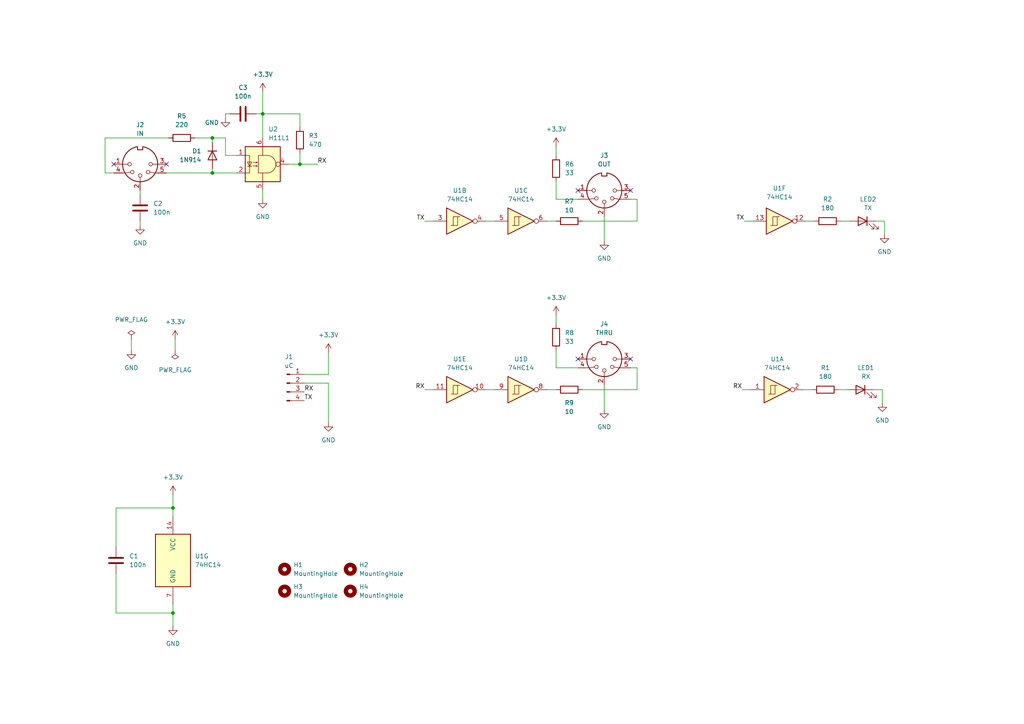
<source format=kicad_sch>
(kicad_sch (version 20211123) (generator eeschema)
  (paper "A4")
  (title_block (title "3.3V MIDI in/out/thru"))
  (lib_symbols
    (symbol "74xx:74HC14" (pin_names (offset 1.016))
      (property "Reference" "U" (at 0 1.27 0))
      (property "Value" "74HC14" (at 0 -1.27 0))
      (symbol "74HC14_1_0"
        (polyline (pts (xy -3.81 3.81) (xy -3.81 -3.81) (xy 3.81 0) (xy -3.81 3.81)) (stroke (width 0.254)) (fill (type background)))
        (pin input line (at -7.62 0 0) (length 3.81) (name "~") (number "1"))
        (pin output inverted (at 7.62 0 180) (length 3.81) (name "~") (number "2"))
      )
      (symbol "74HC14_1_1"
        (polyline (pts (xy -1.905 -1.27) (xy -1.905 1.27) (xy -0.635 1.27)))
        (polyline (pts (xy -2.54 -1.27) (xy -0.635 -1.27) (xy -0.635 1.27) (xy 0 1.27)))
      )
      (symbol "74HC14_2_0"
        (polyline (pts (xy -3.81 3.81) (xy -3.81 -3.81) (xy 3.81 0) (xy -3.81 3.81)) (stroke (width 0.254)) (fill (type background)))
        (pin input line (at -7.62 0 0) (length 3.81) (name "~") (number "3"))
        (pin output inverted (at 7.62 0 180) (length 3.81) (name "~") (number "4"))
      )
      (symbol "74HC14_2_1"
        (polyline (pts (xy -1.905 -1.27) (xy -1.905 1.27) (xy -0.635 1.27)))
        (polyline (pts (xy -2.54 -1.27) (xy -0.635 -1.27) (xy -0.635 1.27) (xy 0 1.27)))
      )
      (symbol "74HC14_3_0"
        (polyline (pts (xy -3.81 3.81) (xy -3.81 -3.81) (xy 3.81 0) (xy -3.81 3.81)) (stroke (width 0.254)) (fill (type background)))
        (pin input line (at -7.62 0 0) (length 3.81) (name "~") (number "5"))
        (pin output inverted (at 7.62 0 180) (length 3.81) (name "~") (number "6"))
      )
      (symbol "74HC14_3_1"
        (polyline (pts (xy -1.905 -1.27) (xy -1.905 1.27) (xy -0.635 1.27)))
        (polyline (pts (xy -2.54 -1.27) (xy -0.635 -1.27) (xy -0.635 1.27) (xy 0 1.27)))
      )
      (symbol "74HC14_4_0"
        (polyline (pts (xy -3.81 3.81) (xy -3.81 -3.81) (xy 3.81 0) (xy -3.81 3.81)) (stroke (width 0.254)) (fill (type background)))
        (pin output inverted (at 7.62 0 180) (length 3.81) (name "~") (number "8"))
        (pin input line (at -7.62 0 0) (length 3.81) (name "~") (number "9"))
      )
      (symbol "74HC14_4_1"
        (polyline (pts (xy -1.905 -1.27) (xy -1.905 1.27) (xy -0.635 1.27)))
        (polyline (pts (xy -2.54 -1.27) (xy -0.635 -1.27) (xy -0.635 1.27) (xy 0 1.27)))
      )
      (symbol "74HC14_5_0"
        (polyline (pts (xy -3.81 3.81) (xy -3.81 -3.81) (xy 3.81 0) (xy -3.81 3.81)) (stroke (width 0.254)) (fill (type background)))
        (pin output inverted (at 7.62 0 180) (length 3.81) (name "~") (number "10"))
        (pin input line (at -7.62 0 0) (length 3.81) (name "~") (number "11"))
      )
      (symbol "74HC14_5_1"
        (polyline (pts (xy -1.905 -1.27) (xy -1.905 1.27) (xy -0.635 1.27)))
        (polyline (pts (xy -2.54 -1.27) (xy -0.635 -1.27) (xy -0.635 1.27) (xy 0 1.27)))
      )
      (symbol "74HC14_6_0"
        (polyline (pts (xy -3.81 3.81) (xy -3.81 -3.81) (xy 3.81 0) (xy -3.81 3.81)) (stroke (width 0.254)) (fill (type background)))
        (pin output inverted (at 7.62 0 180) (length 3.81) (name "~") (number "12"))
        (pin input line (at -7.62 0 0) (length 3.81) (name "~") (number "13"))
      )
      (symbol "74HC14_6_1"
        (polyline (pts (xy -1.905 -1.27) (xy -1.905 1.27) (xy -0.635 1.27)))
        (polyline (pts (xy -2.54 -1.27) (xy -0.635 -1.27) (xy -0.635 1.27) (xy 0 1.27)))
      )
      (symbol "74HC14_7_0"
        (pin power_in line (at 0 12.7 270) (length 5.08) (name "VCC") (number "14"))
        (pin power_in line (at 0 -12.7 90) (length 5.08) (name "GND") (number "7"))
      )
      (symbol "74HC14_7_1"
        (rectangle (start -5.08 7.62) (end 5.08 -7.62) (stroke (width 0.254)) (fill (type background)))
      )
    )
    (symbol "Connector:Conn_01x04_Male" (pin_names (offset 1.016) hide)
      (property "Reference" "J" (at 0 5.08 0))
      (property "Value" "Conn_01x04_Male" (at 0 -7.62 0))
      (symbol "Conn_01x04_Male_1_1"
        (polyline (pts (xy 1.27 -5.08) (xy 0.8636 -5.08)) (stroke (width 0.1524)))
        (polyline (pts (xy 1.27 -2.54) (xy 0.8636 -2.54)) (stroke (width 0.1524)))
        (polyline (pts (xy 1.27 0) (xy 0.8636 0)) (stroke (width 0.1524)))
        (polyline (pts (xy 1.27 2.54) (xy 0.8636 2.54)) (stroke (width 0.1524)))
        (rectangle (start 0.8636 -4.953) (end 0 -5.207) (stroke (width 0.1524)) (fill (type outline)))
        (rectangle (start 0.8636 -2.413) (end 0 -2.667) (stroke (width 0.1524)) (fill (type outline)))
        (rectangle (start 0.8636 0.127) (end 0 -0.127) (stroke (width 0.1524)) (fill (type outline)))
        (rectangle (start 0.8636 2.667) (end 0 2.413) (stroke (width 0.1524)) (fill (type outline)))
        (pin passive line (at 5.08 2.54 180) (length 3.81) (name "Pin_1") (number "1"))
        (pin passive line (at 5.08 0 180) (length 3.81) (name "Pin_2") (number "2"))
        (pin passive line (at 5.08 -2.54 180) (length 3.81) (name "Pin_3") (number "3"))
        (pin passive line (at 5.08 -5.08 180) (length 3.81) (name "Pin_4") (number "4"))
      )
    )
    (symbol "Connector:DIN-5_180degree" (pin_names (offset 1.016))
      (property "Reference" "J" (at 3.175 5.715 0))
      (property "Value" "DIN-5_180degree" (at 0 -6.35 0))
      (symbol "DIN-5_180degree_0_1"
        (arc (start -5.08 0) (mid -3.8609 -3.3364) (end -0.762 -5.08) (stroke (width 0.254)))
        (circle (center -3.048 0) (radius 0.508))
        (circle (center -2.286 2.286) (radius 0.508))
        (polyline (pts (xy -5.08 0) (xy -3.556 0)))
        (polyline (pts (xy 0 5.08) (xy 0 3.81)))
        (polyline (pts (xy 5.08 0) (xy 3.556 0)))
        (polyline (pts (xy -5.08 2.54) (xy -4.318 2.54) (xy -2.794 2.286)))
        (polyline (pts (xy 5.08 2.54) (xy 4.318 2.54) (xy 2.794 2.286)))
        (polyline (pts (xy -0.762 -4.953) (xy -0.762 -4.191) (xy 0.762 -4.191) (xy 0.762 -4.953)) (stroke (width 0.254)))
        (circle (center 0 3.302) (radius 0.508))
        (arc (start 0.762 -5.08) (mid 3.8685 -3.343) (end 5.08 0) (stroke (width 0.254)))
        (circle (center 2.286 2.286) (radius 0.508))
        (circle (center 3.048 0) (radius 0.508))
        (arc (start 5.08 0) (mid 0 5.08) (end -5.08 0) (stroke (width 0.254)))
      )
      (symbol "DIN-5_180degree_1_1"
        (pin passive line (at -7.62 0 0) (length 2.54) (name "~") (number "1"))
        (pin passive line (at 0 7.62 270) (length 2.54) (name "~") (number "2"))
        (pin passive line (at 7.62 0 180) (length 2.54) (name "~") (number "3"))
        (pin passive line (at -7.62 2.54 0) (length 2.54) (name "~") (number "4"))
        (pin passive line (at 7.62 2.54 180) (length 2.54) (name "~") (number "5"))
      )
    )
    (symbol "Device:C" (pin_numbers hide) (pin_names (offset 0.254))
      (property "Reference" "C" (at 0.635 2.54 0))
      (property "Value" "C" (at 0.635 -2.54 0))
      (symbol "C_0_1"
        (polyline (pts (xy -2.032 -0.762) (xy 2.032 -0.762)) (stroke (width 0.508)))
        (polyline (pts (xy -2.032 0.762) (xy 2.032 0.762)) (stroke (width 0.508)))
      )
      (symbol "C_1_1"
        (pin passive line (at 0 3.81 270) (length 2.794) (name "~") (number "1"))
        (pin passive line (at 0 -3.81 90) (length 2.794) (name "~") (number "2"))
      )
    )
    (symbol "Device:LED" (pin_numbers hide) (pin_names (offset 1.016) hide)
      (property "Reference" "D" (at 0 2.54 0))
      (property "Value" "LED" (at 0 -2.54 0))
      (symbol "LED_0_1"
        (polyline (pts (xy -1.27 -1.27) (xy -1.27 1.27)) (stroke (width 0.254)))
        (polyline (pts (xy -1.27 0) (xy 1.27 0)))
        (polyline (pts (xy 1.27 -1.27) (xy 1.27 1.27) (xy -1.27 0) (xy 1.27 -1.27)) (stroke (width 0.254)))
        (polyline (pts (xy -3.048 -0.762) (xy -4.572 -2.286) (xy -3.81 -2.286) (xy -4.572 -2.286) (xy -4.572 -1.524)))
        (polyline (pts (xy -1.778 -0.762) (xy -3.302 -2.286) (xy -2.54 -2.286) (xy -3.302 -2.286) (xy -3.302 -1.524)))
      )
      (symbol "LED_1_1"
        (pin passive line (at -3.81 0 0) (length 2.54) (name "K") (number "1"))
        (pin passive line (at 3.81 0 180) (length 2.54) (name "A") (number "2"))
      )
    )
    (symbol "Device:R" (pin_numbers hide) (pin_names (offset 0))
      (property "Reference" "R" (at 2.032 0 90))
      (property "Value" "R" (at 0 0 90))
      (symbol "R_0_1"
        (rectangle (start -1.016 -2.54) (end 1.016 2.54) (stroke (width 0.254)))
      )
      (symbol "R_1_1"
        (pin passive line (at 0 3.81 270) (length 1.27) (name "~") (number "1"))
        (pin passive line (at 0 -3.81 90) (length 1.27) (name "~") (number "2"))
      )
    )
    (symbol "Diode:1N914" (pin_numbers hide) (pin_names (offset 1.016) hide)
      (property "Reference" "D" (at 0 2.54 0))
      (property "Value" "1N914" (at 0 -2.54 0))
      (symbol "1N914_0_1"
        (polyline (pts (xy -1.27 1.27) (xy -1.27 -1.27)) (stroke (width 0.254)))
        (polyline (pts (xy 1.27 0) (xy -1.27 0)))
        (polyline (pts (xy 1.27 1.27) (xy 1.27 -1.27) (xy -1.27 0) (xy 1.27 1.27)) (stroke (width 0.254)))
      )
      (symbol "1N914_1_1"
        (pin passive line (at -3.81 0 0) (length 2.54) (name "K") (number "1"))
        (pin passive line (at 3.81 0 180) (length 2.54) (name "A") (number "2"))
      )
    )
    (symbol "Isolator:H11L1" (pin_names (offset 1.016))
      (property "Reference" "U" (at 1.27 8.89 0))
      (property "Value" "H11L1" (at 1.27 6.35 0))
      (symbol "H11L1_0_1"
        (rectangle (start -5.08 5.08) (end 5.08 -5.08) (stroke (width 0.254)) (fill (type background)))
        (polyline (pts (xy -4.445 -0.635) (xy -3.175 -0.635)))
        (polyline (pts (xy 0 2.54) (xy 0 5.08)))
        (polyline (pts (xy 0 -2.54) (xy 0 -5.08) (xy 0 -3.81)))
        (polyline (pts (xy -5.08 -2.54) (xy -3.81 -2.54) (xy -3.81 2.54) (xy -5.08 2.54)))
        (polyline (pts (xy -3.81 -0.635) (xy -4.445 0.635) (xy -3.175 0.635) (xy -3.81 -0.635)))
        (polyline (pts (xy 1.27 -2.54) (xy -1.27 -2.54) (xy -1.27 2.54) (xy 1.27 2.54)))
        (polyline (pts (xy -2.794 -0.508) (xy -1.524 -0.508) (xy -1.905 -0.635) (xy -1.905 -0.381) (xy -1.524 -0.508)))
        (polyline (pts (xy -2.794 0.508) (xy -1.524 0.508) (xy -1.905 0.381) (xy -1.905 0.635) (xy -1.524 0.508)))
        (arc (start 1.27 -2.54) (mid 3.81 0) (end 1.27 2.54))
      )
      (symbol "H11L1_1_1"
        (pin passive line (at -7.62 2.54 0) (length 2.54) (name "~") (number "1"))
        (pin passive line (at -7.62 -2.54 0) (length 2.54) (name "~") (number "2"))
        (pin no_connect line (at -5.08 0 0) (length 2.54) hide (name "~") (number "3"))
        (pin output inverted (at 7.62 0 180) (length 3.81) (name "~") (number "4"))
        (pin power_in line (at 0 -7.62 90) (length 2.54) (name "~") (number "5"))
        (pin power_in line (at 0 7.62 270) (length 2.54) (name "~") (number "6"))
      )
    )
    (symbol "Mechanical:MountingHole" (pin_names (offset 1.016))
      (property "Reference" "H" (at 0 5.08 0))
      (property "Value" "MountingHole" (at 0 3.175 0))
      (symbol "MountingHole_0_1"
        (circle (center 0 0) (radius 1.27) (stroke (width 1.27)))
      )
    )
    (symbol "power:+3.3V" (power) (pin_names (offset 0))
      (property "Value" "+3.3V" (at 0 3.556 0))
      (symbol "+3.3V_0_1"
        (polyline (pts (xy -0.762 1.27) (xy 0 2.54)))
        (polyline (pts (xy 0 0) (xy 0 2.54)))
        (polyline (pts (xy 0 2.54) (xy 0.762 1.27)))
      )
      (symbol "+3.3V_1_1"
        (pin power_in line (at 0 0 90) (length 0) hide (name "+3.3V") (number "1"))
      )
    )
    (symbol "power:GND" (power) (pin_names (offset 0))
      (property "Value" "GND" (at 0 -3.81 0))
      (symbol "GND_0_1"
        (polyline (pts (xy 0 0) (xy 0 -1.27) (xy 1.27 -1.27) (xy 0 -2.54) (xy -1.27 -1.27) (xy 0 -1.27)))
      )
      (symbol "GND_1_1"
        (pin power_in line (at 0 0 270) (length 0) hide (name "GND") (number "1"))
      )
    )
    (symbol "power:PWR_FLAG" (power) (pin_numbers hide) (pin_names (offset 0) hide)
      (property "Value" "PWR_FLAG" (at 0 3.81 0))
      (symbol "PWR_FLAG_0_0"
        (pin power_out line (at 0 0 90) (length 0) (name "pwr") (number "1"))
      )
      (symbol "PWR_FLAG_0_1"
        (polyline (pts (xy 0 0) (xy 0 1.27) (xy -1.016 1.905) (xy 0 2.54) (xy 1.016 1.905) (xy 0 1.27)))
      )
    )
  )
  (junction (at 50.165 147.32))
  (junction (at 50.165 177.8))
  (junction (at 61.595 50.165))
  (junction (at 76.2 33.02))
  (junction (at 61.595 40.005))
  (junction (at 86.995 47.625))
  (no_connect (at 48.26 47.625))
  (no_connect (at 182.88 104.14))
  (no_connect (at 33.02 47.625))
  (no_connect (at 167.64 55.245))
  (no_connect (at 182.88 55.245))
  (no_connect (at 167.64 104.14))
  (wire (pts (xy 184.785 113.03) (xy 184.785 106.68)))
  (wire (pts (xy 76.2 26.67) (xy 76.2 33.02)))
  (wire (pts (xy 168.91 113.03) (xy 184.785 113.03)))
  (wire (pts (xy 246.38 64.135) (xy 243.84 64.135)))
  (wire (pts (xy 95.25 122.555) (xy 95.25 111.125)))
  (wire (pts (xy 236.22 64.135) (xy 233.68 64.135)))
  (wire (pts (xy 161.29 101.6) (xy 161.29 106.68)))
  (wire (pts (xy 38.1 98.425) (xy 38.1 101.6)))
  (wire (pts (xy 86.995 33.02) (xy 76.2 33.02)))
  (wire (pts (xy 184.785 106.68) (xy 182.88 106.68)))
  (wire (pts (xy 61.595 40.005) (xy 56.515 40.005)))
  (wire (pts (xy 50.165 175.26) (xy 50.165 177.8)))
  (wire (pts (xy 158.75 64.135) (xy 161.29 64.135)))
  (wire (pts (xy 30.48 40.005) (xy 48.895 40.005)))
  (wire (pts (xy 253.365 113.03) (xy 255.905 113.03)))
  (wire (pts (xy 76.2 33.02) (xy 76.2 40.005)))
  (wire (pts (xy 175.26 62.865) (xy 175.26 69.85)))
  (wire (pts (xy 161.29 91.44) (xy 161.29 93.98)))
  (wire (pts (xy 235.585 113.03) (xy 233.045 113.03)))
  (wire (pts (xy 217.805 113.03) (xy 215.265 113.03)))
  (wire (pts (xy 168.91 64.135) (xy 184.785 64.135)))
  (wire (pts (xy 86.995 47.625) (xy 83.82 47.625)))
  (wire (pts (xy 95.25 102.235) (xy 95.25 108.585)))
  (wire (pts (xy 161.29 52.705) (xy 161.29 57.785)))
  (wire (pts (xy 184.785 57.785) (xy 182.88 57.785)))
  (wire (pts (xy 254 64.135) (xy 256.54 64.135)))
  (wire (pts (xy 140.97 113.03) (xy 143.51 113.03)))
  (wire (pts (xy 158.75 113.03) (xy 161.29 113.03)))
  (wire (pts (xy 30.48 40.005) (xy 30.48 50.165)))
  (wire (pts (xy 40.64 55.245) (xy 40.64 56.515)))
  (wire (pts (xy 123.19 113.03) (xy 125.73 113.03)))
  (wire (pts (xy 33.655 166.37) (xy 33.655 177.8)))
  (wire (pts (xy 88.265 108.585) (xy 95.25 108.585)))
  (wire (pts (xy 86.995 44.45) (xy 86.995 47.625)))
  (wire (pts (xy 161.29 42.545) (xy 161.29 45.085)))
  (wire (pts (xy 61.595 40.005) (xy 65.405 40.005)))
  (wire (pts (xy 65.405 33.02) (xy 66.675 33.02)))
  (wire (pts (xy 33.655 147.32) (xy 50.165 147.32)))
  (wire (pts (xy 48.26 50.165) (xy 61.595 50.165)))
  (wire (pts (xy 33.655 177.8) (xy 50.165 177.8)))
  (wire (pts (xy 86.995 47.625) (xy 92.075 47.625)))
  (wire (pts (xy 74.295 33.02) (xy 76.2 33.02)))
  (wire (pts (xy 68.58 45.085) (xy 65.405 45.085)))
  (wire (pts (xy 50.8 101.6) (xy 50.8 98.425)))
  (wire (pts (xy 50.165 177.8) (xy 50.165 181.61)))
  (wire (pts (xy 30.48 50.165) (xy 33.02 50.165)))
  (wire (pts (xy 86.995 36.83) (xy 86.995 33.02)))
  (wire (pts (xy 76.2 55.245) (xy 76.2 57.785)))
  (wire (pts (xy 61.595 50.165) (xy 68.58 50.165)))
  (wire (pts (xy 33.655 158.75) (xy 33.655 147.32)))
  (wire (pts (xy 88.265 111.125) (xy 95.25 111.125)))
  (wire (pts (xy 40.64 64.135) (xy 40.64 65.405)))
  (wire (pts (xy 161.29 106.68) (xy 167.64 106.68)))
  (wire (pts (xy 184.785 64.135) (xy 184.785 57.785)))
  (wire (pts (xy 50.165 143.51) (xy 50.165 147.32)))
  (wire (pts (xy 255.905 113.03) (xy 255.905 116.84)))
  (wire (pts (xy 218.44 64.135) (xy 215.9 64.135)))
  (wire (pts (xy 61.595 40.005) (xy 61.595 41.275)))
  (wire (pts (xy 123.19 64.135) (xy 125.73 64.135)))
  (wire (pts (xy 175.26 111.76) (xy 175.26 118.745)))
  (wire (pts (xy 61.595 48.895) (xy 61.595 50.165)))
  (wire (pts (xy 256.54 64.135) (xy 256.54 67.945)))
  (wire (pts (xy 161.29 57.785) (xy 167.64 57.785)))
  (wire (pts (xy 65.405 45.085) (xy 65.405 40.005)))
  (wire (pts (xy 243.205 113.03) (xy 245.745 113.03)))
  (wire (pts (xy 65.405 34.29) (xy 65.405 33.02)))
  (wire (pts (xy 140.97 64.135) (xy 143.51 64.135)))
  (wire (pts (xy 50.165 147.32) (xy 50.165 149.86)))
  (label "RX" (at 88.265 113.665 0))
  (label "TX" (at 88.265 116.205 0))
  (label "RX" (at 215.265 113.03 180))
  (label "RX" (at 123.19 113.03 180))
  (label "TX" (at 215.9 64.135 180))
  (label "TX" (at 123.19 64.135 180))
  (label "RX" (at 92.075 47.625 0))
  (symbol (lib_id "power:GND") (at 65.405 34.29 0) (mirror y) (unit 1)
    (property "Reference" "#PWR?" (effects hide))
    (property "Value" "GND" (at 63.5 35.5599 0) (effects (justify left)))
  )
  (symbol (lib_id "power:GND") (at 76.2 57.785 0) (mirror y) (unit 1)
    (property "Reference" "#PWR0113" (effects hide))
    (property "Value" "GND" (at 76.2 62.865 0))
  )
  (symbol (lib_id "Mechanical:MountingHole") (at 82.55 171.45 0) (unit 1)
    (property "Reference" "H3" (at 85.09 170.1799 0) (effects (justify left)))
    (property "Value" "MountingHole" (at 85.09 172.7199 0) (effects (justify left)))
    (property "Footprint" "MountingHole:MountingHole_3.2mm_M3" (effects hide))
  )
  (symbol (lib_id "Device:R") (at 165.1 64.135 90) (unit 1)
    (property "Reference" "R7" (at 165.1 58.42 90))
    (property "Value" "10" (at 165.1 60.96 90))
    (property "Footprint" "Resistor_THT:R_Axial_DIN0207_L6.3mm_D2.5mm_P10.16mm_Horizontal" (effects hide))
  )
  (symbol (lib_id "power:+3.3V") (at 161.29 42.545 0) (mirror y) (unit 1)
    (property "Reference" "#PWR0105" (effects hide))
    (property "Value" "+3.3V" (at 161.29 37.465 0))
  )
  (symbol (lib_id "74xx:74HC14") (at 226.06 64.135 0) (unit 6)
    (property "Reference" "U1" (at 226.06 54.61 0))
    (property "Value" "74HC14" (at 226.06 57.15 0))
    (property "Footprint" "Package_DIP:DIP-14_W7.62mm_Socket" (effects hide))
    (property "Datasheet" "http://www.ti.com/lit/gpn/sn74HC14" (effects hide))
  )
  (symbol (lib_id "Connector:DIN-5_180degree") (at 175.26 55.245 0) (mirror x) (unit 1)
    (property "Reference" "J3" (at 175.2601 45.085 0))
    (property "Value" "OUT" (at 175.2601 47.625 0))
    (property "Footprint" "Personal:MIDI_DIN5" (effects hide))
    (property "Datasheet" "http://www.mouser.com/ds/2/18/40_c091_abd_e-75918.pdf" (effects hide))
  )
  (symbol (lib_id "power:+3.3V") (at 95.25 102.235 0) (unit 1)
    (property "Reference" "#PWR0104" (effects hide))
    (property "Value" "+3.3V" (at 95.25 97.155 0))
  )
  (symbol (lib_id "power:GND") (at 50.165 181.61 0) (unit 1)
    (property "Reference" "#PWR0111" (effects hide))
    (property "Value" "GND" (at 50.165 186.69 0))
  )
  (symbol (lib_id "74xx:74HC14") (at 133.35 64.135 0) (unit 2)
    (property "Reference" "U1" (at 133.35 55.245 0))
    (property "Value" "74HC14" (at 133.35 57.785 0))
    (property "Footprint" "Package_DIP:DIP-14_W7.62mm_Socket" (effects hide))
    (property "Datasheet" "http://www.ti.com/lit/gpn/sn74HC14" (effects hide))
  )
  (symbol (lib_id "Connector:DIN-5_180degree") (at 175.26 104.14 0) (mirror x) (unit 1)
    (property "Reference" "J4" (at 175.2601 93.98 0))
    (property "Value" "THRU" (at 175.2601 96.52 0))
    (property "Footprint" "Personal:MIDI_DIN5" (effects hide))
    (property "Datasheet" "http://www.mouser.com/ds/2/18/40_c091_abd_e-75918.pdf" (effects hide))
  )
  (symbol (lib_id "power:GND") (at 175.26 118.745 0) (mirror y) (unit 1)
    (property "Reference" "#PWR0110" (effects hide))
    (property "Value" "GND" (at 175.26 123.825 0))
  )
  (symbol (lib_id "Device:R") (at 165.1 113.03 90) (unit 1)
    (property "Reference" "R9" (at 165.1 116.84 90))
    (property "Value" "10" (at 165.1 119.38 90))
    (property "Footprint" "Resistor_THT:R_Axial_DIN0207_L6.3mm_D2.5mm_P10.16mm_Horizontal" (effects hide))
  )
  (symbol (lib_id "power:GND") (at 255.905 116.84 0) (mirror y) (unit 1)
    (property "Reference" "#PWR0102" (effects hide))
    (property "Value" "GND" (at 255.905 121.92 0))
  )
  (symbol (lib_id "Device:R") (at 86.995 40.64 0) (mirror y) (unit 1)
    (property "Reference" "R3" (at 89.535 39.3699 0) (effects (justify right)))
    (property "Value" "470" (at 89.535 41.9099 0) (effects (justify right)))
    (property "Footprint" "Resistor_THT:R_Axial_DIN0207_L6.3mm_D2.5mm_P10.16mm_Horizontal" (effects hide))
  )
  (symbol (lib_id "Diode:1N914") (at 61.595 45.085 270) (unit 1)
    (property "Reference" "D1" (at 58.42 43.8149 90) (effects (justify right)))
    (property "Value" "1N914" (at 58.42 46.3549 90) (effects (justify right)))
    (property "Footprint" "Diode_THT:D_DO-35_SOD27_P7.62mm_Horizontal" (effects hide))
    (property "Datasheet" "http://www.vishay.com/docs/85622/1n914.pdf" (effects hide))
  )
  (symbol (lib_id "Isolator:H11L1") (at 76.2 47.625 0) (unit 1)
    (property "Reference" "U2" (at 77.8511 37.465 0) (effects (justify left)))
    (property "Value" "H11L1" (at 77.8511 40.005 0) (effects (justify left)))
    (property "Footprint" "Package_DIP:DIP-6_W7.62mm_Socket" (effects hide))
    (property "Datasheet" "https://www.onsemi.com/pub/Collateral/H11L3M-D.PDF" (effects hide))
  )
  (symbol (lib_id "power:PWR_FLAG") (at 38.1 98.425 0) (unit 1)
    (property "Reference" "#FLG0101" (effects hide))
    (property "Value" "PWR_FLAG" (at 38.1 92.71 0))
  )
  (symbol (lib_id "Device:C") (at 40.64 60.325 0) (mirror y) (unit 1)
    (property "Reference" "C2" (at 44.45 59.0549 0) (effects (justify right)))
    (property "Value" "100n" (at 44.45 61.5949 0) (effects (justify right)))
    (property "Footprint" "Capacitor_THT:C_Disc_D3.8mm_W2.6mm_P2.50mm" (effects hide))
  )
  (symbol (lib_id "power:GND") (at 40.64 65.405 0) (mirror y) (unit 1)
    (property "Reference" "#PWR0112" (effects hide))
    (property "Value" "GND" (at 40.64 70.485 0))
  )
  (symbol (lib_id "74xx:74HC14") (at 151.13 113.03 0) (unit 4)
    (property "Reference" "U1" (at 151.13 104.14 0))
    (property "Value" "74HC14" (at 151.13 106.68 0))
    (property "Footprint" "Package_DIP:DIP-14_W7.62mm_Socket" (effects hide))
    (property "Datasheet" "http://www.ti.com/lit/gpn/sn74HC14" (effects hide))
  )
  (symbol (lib_id "power:+3.3V") (at 161.29 91.44 0) (mirror y) (unit 1)
    (property "Reference" "#PWR0108" (effects hide))
    (property "Value" "+3.3V" (at 161.29 86.36 0))
  )
  (symbol (lib_id "Device:R") (at 239.395 113.03 270) (mirror x) (unit 1)
    (property "Reference" "R1" (at 239.395 106.68 90))
    (property "Value" "180" (at 239.395 109.22 90))
    (property "Footprint" "Resistor_THT:R_Axial_DIN0207_L6.3mm_D2.5mm_P10.16mm_Horizontal" (effects hide))
  )
  (symbol (lib_id "Device:R") (at 161.29 97.79 0) (mirror y) (unit 1)
    (property "Reference" "R8" (at 163.83 96.5199 0) (effects (justify right)))
    (property "Value" "33" (at 163.83 99.0599 0) (effects (justify right)))
    (property "Footprint" "Resistor_THT:R_Axial_DIN0207_L6.3mm_D2.5mm_P10.16mm_Horizontal" (effects hide))
  )
  (symbol (lib_id "Device:LED") (at 250.19 64.135 0) (mirror y) (unit 1)
    (property "Reference" "LED2" (at 251.7775 57.785 0))
    (property "Value" "TX" (at 251.7775 60.325 0))
    (property "Footprint" "LED_THT:LED_D3.0mm" (effects hide))
  )
  (symbol (lib_id "Device:C") (at 33.655 162.56 0) (unit 1)
    (property "Reference" "C1" (at 37.465 161.2899 0) (effects (justify left)))
    (property "Value" "100n" (at 37.465 163.8299 0) (effects (justify left)))
    (property "Footprint" "Capacitor_THT:C_Disc_D3.8mm_W2.6mm_P2.50mm" (effects hide))
  )
  (symbol (lib_id "power:+3.3V") (at 76.2 26.67 0) (mirror y) (unit 1)
    (property "Reference" "#PWR0103" (effects hide))
    (property "Value" "+3.3V" (at 76.2 21.59 0))
  )
  (symbol (lib_id "power:GND") (at 95.25 122.555 0) (unit 1)
    (property "Reference" "#PWR0106" (effects hide))
    (property "Value" "GND" (at 95.25 127.635 0))
  )
  (symbol (lib_id "Device:LED") (at 249.555 113.03 0) (mirror y) (unit 1)
    (property "Reference" "LED1" (at 251.1425 106.68 0))
    (property "Value" "RX" (at 251.1425 109.22 0))
    (property "Footprint" "LED_THT:LED_D3.0mm" (effects hide))
  )
  (symbol (lib_id "Connector:DIN-5_180degree") (at 40.64 47.625 0) (mirror x) (unit 1)
    (property "Reference" "J2" (at 40.6401 36.195 0))
    (property "Value" "IN" (at 40.6401 38.735 0))
    (property "Footprint" "Personal:MIDI_DIN5" (effects hide))
    (property "Datasheet" "http://www.mouser.com/ds/2/18/40_c091_abd_e-75918.pdf" (effects hide))
  )
  (symbol (lib_id "74xx:74HC14") (at 50.165 162.56 0) (unit 7)
    (property "Reference" "U1" (at 56.515 161.2899 0) (effects (justify left)))
    (property "Value" "74HC14" (at 56.515 163.8299 0) (effects (justify left)))
    (property "Footprint" "Package_DIP:DIP-14_W7.62mm_Socket" (effects hide))
    (property "Datasheet" "http://www.ti.com/lit/gpn/sn74HC14" (effects hide))
  )
  (symbol (lib_id "power:GND") (at 38.1 101.6 0) (unit 1)
    (property "Reference" "#PWR0114" (effects hide))
    (property "Value" "GND" (at 38.1 106.68 0))
  )
  (symbol (lib_id "Device:R") (at 52.705 40.005 270) (mirror x) (unit 1)
    (property "Reference" "R5" (at 52.705 33.655 90))
    (property "Value" "220" (at 52.705 36.195 90))
    (property "Footprint" "Resistor_THT:R_Axial_DIN0207_L6.3mm_D2.5mm_P10.16mm_Horizontal" (effects hide))
  )
  (symbol (lib_id "power:+3.3V") (at 50.8 98.425 0) (unit 1)
    (property "Reference" "#PWR0115" (effects hide))
    (property "Value" "+3.3V" (at 50.8 93.345 0))
  )
  (symbol (lib_id "Device:R") (at 240.03 64.135 270) (mirror x) (unit 1)
    (property "Reference" "R2" (at 240.03 57.785 90))
    (property "Value" "180" (at 240.03 60.325 90))
    (property "Footprint" "Resistor_THT:R_Axial_DIN0207_L6.3mm_D2.5mm_P10.16mm_Horizontal" (effects hide))
  )
  (symbol (lib_id "Mechanical:MountingHole") (at 101.6 171.45 0) (unit 1)
    (property "Reference" "H4" (at 104.14 170.1799 0) (effects (justify left)))
    (property "Value" "MountingHole" (at 104.14 172.7199 0) (effects (justify left)))
    (property "Footprint" "MountingHole:MountingHole_3.2mm_M3" (effects hide))
  )
  (symbol (lib_id "power:GND") (at 175.26 69.85 0) (mirror y) (unit 1)
    (property "Reference" "#PWR0107" (effects hide))
    (property "Value" "GND" (at 175.26 74.93 0))
  )
  (symbol (lib_id "Mechanical:MountingHole") (at 101.6 165.1 0) (unit 1)
    (property "Reference" "H2" (at 104.14 163.8299 0) (effects (justify left)))
    (property "Value" "MountingHole" (at 104.14 166.3699 0) (effects (justify left)))
    (property "Footprint" "MountingHole:MountingHole_3.2mm_M3" (effects hide))
  )
  (symbol (lib_id "Connector:Conn_01x04_Male") (at 83.185 111.125 0) (unit 1)
    (property "Reference" "J1" (at 83.82 103.505 0))
    (property "Value" "uC" (at 83.82 106.045 0))
    (property "Footprint" "Connector_PinHeader_2.54mm:PinHeader_1x04_P2.54mm_Vertical" (effects hide))
  )
  (symbol (lib_id "74xx:74HC14") (at 133.35 113.03 0) (unit 5)
    (property "Reference" "U1" (at 133.35 104.14 0))
    (property "Value" "74HC14" (at 133.35 106.68 0))
    (property "Footprint" "Package_DIP:DIP-14_W7.62mm_Socket" (effects hide))
    (property "Datasheet" "http://www.ti.com/lit/gpn/sn74HC14" (effects hide))
  )
  (symbol (lib_id "power:PWR_FLAG") (at 50.8 101.6 0) (mirror x) (unit 1)
    (property "Reference" "#FLG0102" (effects hide))
    (property "Value" "PWR_FLAG" (at 50.8 107.315 0))
  )
  (symbol (lib_id "power:GND") (at 256.54 67.945 0) (mirror y) (unit 1)
    (property "Reference" "#PWR0101" (effects hide))
    (property "Value" "GND" (at 256.54 73.025 0))
  )
  (symbol (lib_id "Device:C") (at 70.485 33.02 90) (mirror x) (unit 1)
    (property "Reference" "C3" (at 70.485 25.4 90))
    (property "Value" "100n" (at 70.485 27.94 90))
    (property "Footprint" "Capacitor_THT:C_Disc_D3.8mm_W2.6mm_P2.50mm" (effects hide))
  )
  (symbol (lib_id "74xx:74HC14") (at 225.425 113.03 0) (unit 1)
    (property "Reference" "U1" (at 225.425 104.14 0))
    (property "Value" "74HC14" (at 225.425 106.68 0))
    (property "Footprint" "Package_DIP:DIP-14_W7.62mm_Socket" (effects hide))
    (property "Datasheet" "http://www.ti.com/lit/gpn/sn74HC14" (effects hide))
  )
  (symbol (lib_id "Device:R") (at 161.29 48.895 0) (mirror y) (unit 1)
    (property "Reference" "R6" (at 163.83 47.6249 0) (effects (justify right)))
    (property "Value" "33" (at 163.83 50.1649 0) (effects (justify right)))
    (property "Footprint" "Resistor_THT:R_Axial_DIN0207_L6.3mm_D2.5mm_P10.16mm_Horizontal" (effects hide))
  )
  (symbol (lib_id "Mechanical:MountingHole") (at 82.55 165.1 0) (unit 1)
    (property "Reference" "H1" (at 85.09 163.8299 0) (effects (justify left)))
    (property "Value" "MountingHole" (at 85.09 166.3699 0) (effects (justify left)))
    (property "Footprint" "MountingHole:MountingHole_3.2mm_M3" (effects hide))
  )
  (symbol (lib_id "74xx:74HC14") (at 151.13 64.135 0) (unit 3)
    (property "Reference" "U1" (at 151.13 55.245 0))
    (property "Value" "74HC14" (at 151.13 57.785 0))
    (property "Footprint" "Package_DIP:DIP-14_W7.62mm_Socket" (effects hide))
    (property "Datasheet" "http://www.ti.com/lit/gpn/sn74HC14" (effects hide))
  )
  (symbol (lib_id "power:+3.3V") (at 50.165 143.51 0) (unit 1)
    (property "Reference" "#PWR0109" (effects hide))
    (property "Value" "+3.3V" (at 50.165 138.43 0))
  )
)
</source>
